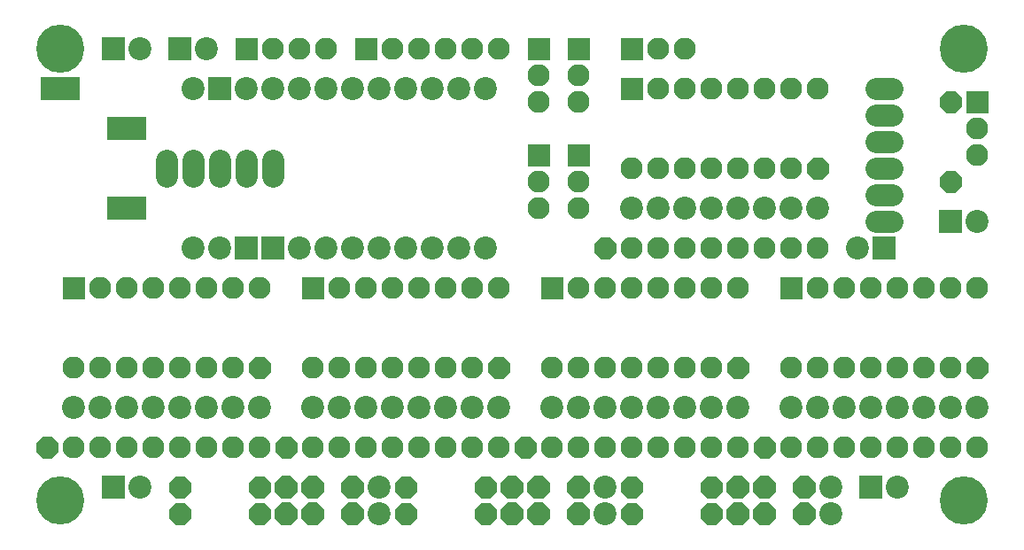
<source format=gbr>
%FSLAX34Y34*%
%MOMM*%
%LNSOLDERMASK_BOTTOM*%
G71*
G01*
%ADD10C, 2.200*%
%ADD11C, 2.120*%
%ADD12C, 2.120*%
%ADD13C, 4.600*%
%ADD14C, 2.120*%
%LPD*%
G36*
X95300Y887300D02*
X133300Y887300D01*
X133300Y865300D01*
X95300Y865300D01*
X95300Y887300D01*
G37*
G36*
X95300Y811100D02*
X133300Y811100D01*
X133300Y789100D01*
X95300Y789100D01*
X95300Y811100D01*
G37*
X457200Y914400D02*
G54D10*
D03*
X431800Y914400D02*
G54D10*
D03*
X406400Y914400D02*
G54D10*
D03*
X381000Y914400D02*
G54D10*
D03*
X355600Y914400D02*
G54D10*
D03*
X330200Y914400D02*
G54D10*
D03*
X304800Y914400D02*
G54D10*
D03*
X279400Y914400D02*
G54D10*
D03*
X254000Y914400D02*
G54D10*
D03*
X228600Y914400D02*
G54D10*
D03*
X177800Y914400D02*
G54D10*
D03*
X177800Y762000D02*
G54D10*
D03*
X203200Y762000D02*
G54D10*
D03*
X279400Y762000D02*
G54D10*
D03*
X304800Y762000D02*
G54D10*
D03*
X330200Y762000D02*
G54D10*
D03*
X355600Y762000D02*
G54D10*
D03*
X381000Y762000D02*
G54D10*
D03*
X406400Y762000D02*
G54D10*
D03*
X431800Y762000D02*
G54D10*
D03*
X457200Y762000D02*
G54D10*
D03*
G36*
X217600Y773000D02*
X239600Y773000D01*
X239600Y751000D01*
X217600Y751000D01*
X217600Y773000D01*
G37*
G36*
X243000Y773000D02*
X265000Y773000D01*
X265000Y751000D01*
X243000Y751000D01*
X243000Y773000D01*
G37*
G36*
X192200Y925400D02*
X214200Y925400D01*
X214200Y903400D01*
X192200Y903400D01*
X192200Y925400D01*
G37*
G36*
X52900Y734500D02*
X74100Y734500D01*
X74100Y713300D01*
X52900Y713300D01*
X52900Y734500D01*
G37*
X88900Y723900D02*
G54D11*
D03*
X114300Y723900D02*
G54D11*
D03*
X139700Y723900D02*
G54D11*
D03*
X165100Y723900D02*
G54D11*
D03*
X190500Y723900D02*
G54D11*
D03*
X215900Y723900D02*
G54D11*
D03*
X241300Y723900D02*
G54D11*
D03*
G36*
X230700Y652099D02*
X236901Y658300D01*
X245699Y658300D01*
X251900Y652099D01*
X251900Y643301D01*
X245699Y637100D01*
X236901Y637100D01*
X230700Y643301D01*
X230700Y652099D01*
G37*
X215900Y647700D02*
G54D11*
D03*
X190500Y647700D02*
G54D11*
D03*
X165100Y647700D02*
G54D11*
D03*
X139700Y647700D02*
G54D11*
D03*
X114300Y647700D02*
G54D11*
D03*
X88900Y647700D02*
G54D11*
D03*
X63500Y647700D02*
G54D11*
D03*
X63500Y609600D02*
G54D10*
D03*
X88900Y609600D02*
G54D10*
D03*
X114300Y609600D02*
G54D10*
D03*
X139700Y609600D02*
G54D10*
D03*
X165100Y609600D02*
G54D10*
D03*
X190500Y609600D02*
G54D10*
D03*
X215900Y609600D02*
G54D10*
D03*
X241300Y609600D02*
G54D10*
D03*
G36*
X27500Y575899D02*
X33701Y582100D01*
X42499Y582100D01*
X48700Y575899D01*
X48700Y567101D01*
X42499Y560900D01*
X33701Y560900D01*
X27500Y567101D01*
X27500Y575899D01*
G37*
X63500Y571500D02*
G54D12*
D03*
X88900Y571500D02*
G54D12*
D03*
X114300Y571500D02*
G54D12*
D03*
X139700Y571500D02*
G54D12*
D03*
X165100Y571500D02*
G54D12*
D03*
X190500Y571500D02*
G54D12*
D03*
X215900Y571500D02*
G54D12*
D03*
X241300Y571500D02*
G54D12*
D03*
G36*
X281500Y734500D02*
X302700Y734500D01*
X302700Y713300D01*
X281500Y713300D01*
X281500Y734500D01*
G37*
X317500Y723900D02*
G54D11*
D03*
X342900Y723900D02*
G54D11*
D03*
X368300Y723900D02*
G54D11*
D03*
X393700Y723900D02*
G54D11*
D03*
X419100Y723900D02*
G54D11*
D03*
X444500Y723900D02*
G54D11*
D03*
X469900Y723900D02*
G54D11*
D03*
G36*
X459300Y652099D02*
X465501Y658300D01*
X474299Y658300D01*
X480500Y652099D01*
X480500Y643301D01*
X474299Y637100D01*
X465501Y637100D01*
X459300Y643301D01*
X459300Y652099D01*
G37*
X444500Y647700D02*
G54D11*
D03*
X419100Y647700D02*
G54D11*
D03*
X393700Y647700D02*
G54D11*
D03*
X368300Y647700D02*
G54D11*
D03*
X342900Y647700D02*
G54D11*
D03*
X317500Y647700D02*
G54D11*
D03*
X292100Y647700D02*
G54D11*
D03*
X292100Y609600D02*
G54D10*
D03*
X317500Y609600D02*
G54D10*
D03*
X342900Y609600D02*
G54D10*
D03*
X368300Y609600D02*
G54D10*
D03*
X393700Y609600D02*
G54D10*
D03*
X419100Y609600D02*
G54D10*
D03*
X444500Y609600D02*
G54D10*
D03*
X469900Y609600D02*
G54D10*
D03*
G36*
X256100Y575899D02*
X262301Y582100D01*
X271099Y582100D01*
X277300Y575899D01*
X277300Y567101D01*
X271099Y560900D01*
X262301Y560900D01*
X256100Y567101D01*
X256100Y575899D01*
G37*
X292100Y571500D02*
G54D12*
D03*
X317500Y571500D02*
G54D12*
D03*
X342900Y571500D02*
G54D12*
D03*
X368300Y571500D02*
G54D12*
D03*
X393700Y571500D02*
G54D12*
D03*
X419100Y571500D02*
G54D12*
D03*
X444500Y571500D02*
G54D12*
D03*
X469900Y571500D02*
G54D12*
D03*
G36*
X510100Y734500D02*
X531300Y734500D01*
X531300Y713300D01*
X510100Y713300D01*
X510100Y734500D01*
G37*
X546100Y723900D02*
G54D11*
D03*
X571500Y723900D02*
G54D11*
D03*
X596900Y723900D02*
G54D11*
D03*
X622300Y723900D02*
G54D11*
D03*
X647700Y723900D02*
G54D11*
D03*
X673100Y723900D02*
G54D11*
D03*
X698500Y723900D02*
G54D11*
D03*
G36*
X687900Y652099D02*
X694101Y658300D01*
X702899Y658300D01*
X709100Y652099D01*
X709100Y643301D01*
X702899Y637100D01*
X694101Y637100D01*
X687900Y643301D01*
X687900Y652099D01*
G37*
X673100Y647700D02*
G54D11*
D03*
X647700Y647700D02*
G54D11*
D03*
X622300Y647700D02*
G54D11*
D03*
X596900Y647700D02*
G54D11*
D03*
X571500Y647700D02*
G54D11*
D03*
X546100Y647700D02*
G54D11*
D03*
X520700Y647700D02*
G54D11*
D03*
X520700Y609600D02*
G54D10*
D03*
X546100Y609600D02*
G54D10*
D03*
X571500Y609600D02*
G54D10*
D03*
X596900Y609600D02*
G54D10*
D03*
X622300Y609600D02*
G54D10*
D03*
X647700Y609600D02*
G54D10*
D03*
X673100Y609600D02*
G54D10*
D03*
X698500Y609600D02*
G54D10*
D03*
G36*
X484700Y575899D02*
X490901Y582100D01*
X499699Y582100D01*
X505900Y575899D01*
X505900Y567101D01*
X499699Y560900D01*
X490901Y560900D01*
X484700Y567101D01*
X484700Y575899D01*
G37*
X520700Y571500D02*
G54D12*
D03*
X546100Y571500D02*
G54D12*
D03*
X571500Y571500D02*
G54D12*
D03*
X596900Y571500D02*
G54D12*
D03*
X622300Y571500D02*
G54D12*
D03*
X647700Y571500D02*
G54D12*
D03*
X673100Y571500D02*
G54D12*
D03*
X698500Y571500D02*
G54D12*
D03*
G36*
X738700Y734500D02*
X759900Y734500D01*
X759900Y713300D01*
X738700Y713300D01*
X738700Y734500D01*
G37*
X774700Y723900D02*
G54D11*
D03*
X800100Y723900D02*
G54D11*
D03*
X825500Y723900D02*
G54D11*
D03*
X850900Y723900D02*
G54D11*
D03*
X876300Y723900D02*
G54D11*
D03*
X901700Y723900D02*
G54D11*
D03*
X927100Y723900D02*
G54D11*
D03*
G36*
X916500Y652099D02*
X922701Y658300D01*
X931499Y658300D01*
X937700Y652099D01*
X937700Y643301D01*
X931499Y637100D01*
X922701Y637100D01*
X916500Y643301D01*
X916500Y652099D01*
G37*
X901700Y647700D02*
G54D11*
D03*
X876300Y647700D02*
G54D11*
D03*
X850900Y647700D02*
G54D11*
D03*
X825500Y647700D02*
G54D11*
D03*
X800100Y647700D02*
G54D11*
D03*
X774700Y647700D02*
G54D11*
D03*
X749300Y647700D02*
G54D11*
D03*
X749300Y609600D02*
G54D10*
D03*
X774700Y609600D02*
G54D10*
D03*
X800100Y609600D02*
G54D10*
D03*
X825500Y609600D02*
G54D10*
D03*
X850900Y609600D02*
G54D10*
D03*
X876300Y609600D02*
G54D10*
D03*
X901700Y609600D02*
G54D10*
D03*
X927100Y609600D02*
G54D10*
D03*
G36*
X713300Y575899D02*
X719501Y582100D01*
X728299Y582100D01*
X734500Y575899D01*
X734500Y567101D01*
X728299Y560900D01*
X719501Y560900D01*
X713300Y567101D01*
X713300Y575899D01*
G37*
X749300Y571500D02*
G54D12*
D03*
X774700Y571500D02*
G54D12*
D03*
X800100Y571500D02*
G54D12*
D03*
X825500Y571500D02*
G54D12*
D03*
X850900Y571500D02*
G54D12*
D03*
X876300Y571500D02*
G54D12*
D03*
X901700Y571500D02*
G54D12*
D03*
X927100Y571500D02*
G54D12*
D03*
G36*
X586300Y925000D02*
X607500Y925000D01*
X607500Y903800D01*
X586300Y903800D01*
X586300Y925000D01*
G37*
X622300Y914400D02*
G54D11*
D03*
X647700Y914400D02*
G54D11*
D03*
X673100Y914400D02*
G54D11*
D03*
X698500Y914400D02*
G54D11*
D03*
X723900Y914400D02*
G54D11*
D03*
X749300Y914400D02*
G54D11*
D03*
X774700Y914400D02*
G54D11*
D03*
G36*
X764100Y842599D02*
X770301Y848800D01*
X779099Y848800D01*
X785300Y842599D01*
X785300Y833801D01*
X779099Y827600D01*
X770301Y827600D01*
X764100Y833801D01*
X764100Y842599D01*
G37*
X749300Y838200D02*
G54D11*
D03*
X723900Y838200D02*
G54D11*
D03*
X698500Y838200D02*
G54D11*
D03*
X673100Y838200D02*
G54D11*
D03*
X647700Y838200D02*
G54D11*
D03*
X622300Y838200D02*
G54D11*
D03*
X596900Y838200D02*
G54D11*
D03*
X596900Y800100D02*
G54D10*
D03*
X622300Y800100D02*
G54D10*
D03*
X647700Y800100D02*
G54D10*
D03*
X673100Y800100D02*
G54D10*
D03*
X698500Y800100D02*
G54D10*
D03*
X723900Y800100D02*
G54D10*
D03*
X749300Y800100D02*
G54D10*
D03*
X774700Y800100D02*
G54D10*
D03*
G36*
X560900Y766399D02*
X567101Y772600D01*
X575899Y772600D01*
X582100Y766399D01*
X582100Y757601D01*
X575899Y751400D01*
X567101Y751400D01*
X560900Y757601D01*
X560900Y766399D01*
G37*
X596900Y762000D02*
G54D12*
D03*
X622300Y762000D02*
G54D12*
D03*
X647700Y762000D02*
G54D12*
D03*
X673100Y762000D02*
G54D12*
D03*
X698500Y762000D02*
G54D12*
D03*
X723900Y762000D02*
G54D12*
D03*
X749300Y762000D02*
G54D12*
D03*
X774700Y762000D02*
G54D12*
D03*
G36*
X586300Y537799D02*
X592501Y544000D01*
X601299Y544000D01*
X607500Y537799D01*
X607500Y529001D01*
X601299Y522800D01*
X592501Y522800D01*
X586300Y529001D01*
X586300Y537799D01*
G37*
G36*
X662500Y537799D02*
X668701Y544000D01*
X677499Y544000D01*
X683700Y537799D01*
X683700Y529001D01*
X677499Y522800D01*
X668701Y522800D01*
X662500Y529001D01*
X662500Y537799D01*
G37*
G36*
X687500Y537965D02*
X693935Y544400D01*
X703065Y544400D01*
X709500Y537965D01*
X709500Y528835D01*
X703065Y522400D01*
X693935Y522400D01*
X687500Y528835D01*
X687500Y537965D01*
G37*
G36*
X712900Y537965D02*
X719335Y544400D01*
X728465Y544400D01*
X734900Y537965D01*
X734900Y528835D01*
X728465Y522400D01*
X719335Y522400D01*
X712900Y528835D01*
X712900Y537965D01*
G37*
G36*
X751000Y537965D02*
X757435Y544400D01*
X766565Y544400D01*
X773000Y537965D01*
X773000Y528835D01*
X766565Y522400D01*
X757435Y522400D01*
X751000Y528835D01*
X751000Y537965D01*
G37*
X787400Y533400D02*
G54D10*
D03*
G36*
X586300Y512399D02*
X592501Y518600D01*
X601299Y518600D01*
X607500Y512399D01*
X607500Y503601D01*
X601299Y497400D01*
X592501Y497400D01*
X586300Y503601D01*
X586300Y512399D01*
G37*
G36*
X662500Y512399D02*
X668701Y518600D01*
X677499Y518600D01*
X683700Y512399D01*
X683700Y503601D01*
X677499Y497400D01*
X668701Y497400D01*
X662500Y503601D01*
X662500Y512399D01*
G37*
G36*
X687500Y512565D02*
X693935Y519000D01*
X703065Y519000D01*
X709500Y512565D01*
X709500Y503435D01*
X703065Y497000D01*
X693935Y497000D01*
X687500Y503435D01*
X687500Y512565D01*
G37*
G36*
X712900Y512565D02*
X719335Y519000D01*
X728465Y519000D01*
X734900Y512565D01*
X734900Y503435D01*
X728465Y497000D01*
X719335Y497000D01*
X712900Y503435D01*
X712900Y512565D01*
G37*
G36*
X751000Y512565D02*
X757435Y519000D01*
X766565Y519000D01*
X773000Y512565D01*
X773000Y503435D01*
X766565Y497000D01*
X757435Y497000D01*
X751000Y503435D01*
X751000Y512565D01*
G37*
X787400Y508000D02*
G54D10*
D03*
G36*
X370400Y537799D02*
X376601Y544000D01*
X385399Y544000D01*
X391600Y537799D01*
X391600Y529001D01*
X385399Y522800D01*
X376601Y522800D01*
X370400Y529001D01*
X370400Y537799D01*
G37*
G36*
X446600Y537799D02*
X452801Y544000D01*
X461599Y544000D01*
X467800Y537799D01*
X467800Y529001D01*
X461599Y522800D01*
X452801Y522800D01*
X446600Y529001D01*
X446600Y537799D01*
G37*
G36*
X471600Y537965D02*
X478035Y544400D01*
X487165Y544400D01*
X493600Y537965D01*
X493600Y528835D01*
X487165Y522400D01*
X478035Y522400D01*
X471600Y528835D01*
X471600Y537965D01*
G37*
G36*
X497000Y537965D02*
X503435Y544400D01*
X512565Y544400D01*
X519000Y537965D01*
X519000Y528835D01*
X512565Y522400D01*
X503435Y522400D01*
X497000Y528835D01*
X497000Y537965D01*
G37*
G36*
X535100Y537965D02*
X541535Y544400D01*
X550665Y544400D01*
X557100Y537965D01*
X557100Y528835D01*
X550665Y522400D01*
X541535Y522400D01*
X535100Y528835D01*
X535100Y537965D01*
G37*
X571500Y533400D02*
G54D10*
D03*
G36*
X370400Y512399D02*
X376601Y518600D01*
X385399Y518600D01*
X391600Y512399D01*
X391600Y503601D01*
X385399Y497400D01*
X376601Y497400D01*
X370400Y503601D01*
X370400Y512399D01*
G37*
G36*
X446600Y512399D02*
X452801Y518600D01*
X461599Y518600D01*
X467800Y512399D01*
X467800Y503601D01*
X461599Y497400D01*
X452801Y497400D01*
X446600Y503601D01*
X446600Y512399D01*
G37*
G36*
X471600Y512565D02*
X478035Y519000D01*
X487165Y519000D01*
X493600Y512565D01*
X493600Y503435D01*
X487165Y497000D01*
X478035Y497000D01*
X471600Y503435D01*
X471600Y512565D01*
G37*
G36*
X497000Y512565D02*
X503435Y519000D01*
X512565Y519000D01*
X519000Y512565D01*
X519000Y503435D01*
X512565Y497000D01*
X503435Y497000D01*
X497000Y503435D01*
X497000Y512565D01*
G37*
G36*
X535100Y512565D02*
X541535Y519000D01*
X550665Y519000D01*
X557100Y512565D01*
X557100Y503435D01*
X550665Y497000D01*
X541535Y497000D01*
X535100Y503435D01*
X535100Y512565D01*
G37*
X571500Y508000D02*
G54D10*
D03*
G36*
X154500Y537799D02*
X160701Y544000D01*
X169499Y544000D01*
X175700Y537799D01*
X175700Y529001D01*
X169499Y522800D01*
X160701Y522800D01*
X154500Y529001D01*
X154500Y537799D01*
G37*
G36*
X230700Y537799D02*
X236901Y544000D01*
X245699Y544000D01*
X251900Y537799D01*
X251900Y529001D01*
X245699Y522800D01*
X236901Y522800D01*
X230700Y529001D01*
X230700Y537799D01*
G37*
G36*
X255700Y537965D02*
X262135Y544400D01*
X271265Y544400D01*
X277700Y537965D01*
X277700Y528835D01*
X271265Y522400D01*
X262135Y522400D01*
X255700Y528835D01*
X255700Y537965D01*
G37*
G36*
X281100Y537965D02*
X287535Y544400D01*
X296665Y544400D01*
X303100Y537965D01*
X303100Y528835D01*
X296665Y522400D01*
X287535Y522400D01*
X281100Y528835D01*
X281100Y537965D01*
G37*
G36*
X319200Y537965D02*
X325635Y544400D01*
X334765Y544400D01*
X341200Y537965D01*
X341200Y528835D01*
X334765Y522400D01*
X325635Y522400D01*
X319200Y528835D01*
X319200Y537965D01*
G37*
X355600Y533400D02*
G54D10*
D03*
G36*
X154500Y512399D02*
X160701Y518600D01*
X169499Y518600D01*
X175700Y512399D01*
X175700Y503601D01*
X169499Y497400D01*
X160701Y497400D01*
X154500Y503601D01*
X154500Y512399D01*
G37*
G36*
X230700Y512399D02*
X236901Y518600D01*
X245699Y518600D01*
X251900Y512399D01*
X251900Y503601D01*
X245699Y497400D01*
X236901Y497400D01*
X230700Y503601D01*
X230700Y512399D01*
G37*
G36*
X255700Y512565D02*
X262135Y519000D01*
X271265Y519000D01*
X277700Y512565D01*
X277700Y503435D01*
X271265Y497000D01*
X262135Y497000D01*
X255700Y503435D01*
X255700Y512565D01*
G37*
G36*
X281100Y512565D02*
X287535Y519000D01*
X296665Y519000D01*
X303100Y512565D01*
X303100Y503435D01*
X296665Y497000D01*
X287535Y497000D01*
X281100Y503435D01*
X281100Y512565D01*
G37*
G36*
X319200Y512565D02*
X325635Y519000D01*
X334765Y519000D01*
X341200Y512565D01*
X341200Y503435D01*
X334765Y497000D01*
X325635Y497000D01*
X319200Y503435D01*
X319200Y512565D01*
G37*
X355600Y508000D02*
G54D10*
D03*
G36*
X90600Y963500D02*
X112600Y963500D01*
X112600Y941500D01*
X90600Y941500D01*
X90600Y963500D01*
G37*
X127000Y952500D02*
G54D10*
D03*
X50800Y520700D02*
G54D13*
D03*
X914400Y520700D02*
G54D13*
D03*
X914400Y952500D02*
G54D13*
D03*
X50800Y952500D02*
G54D13*
D03*
G36*
X154100Y963500D02*
X176100Y963500D01*
X176100Y941500D01*
X154100Y941500D01*
X154100Y963500D01*
G37*
X190500Y952500D02*
G54D10*
D03*
G36*
X90600Y544400D02*
X112600Y544400D01*
X112600Y522400D01*
X90600Y522400D01*
X90600Y544400D01*
G37*
X127000Y533400D02*
G54D10*
D03*
G36*
X814500Y544400D02*
X836500Y544400D01*
X836500Y522400D01*
X814500Y522400D01*
X814500Y544400D01*
G37*
X850900Y533400D02*
G54D10*
D03*
G36*
X218000Y963100D02*
X239200Y963100D01*
X239200Y941900D01*
X218000Y941900D01*
X218000Y963100D01*
G37*
X254000Y952500D02*
G54D12*
D03*
X279400Y952500D02*
G54D12*
D03*
X304800Y952500D02*
G54D12*
D03*
G36*
X332300Y963100D02*
X353500Y963100D01*
X353500Y941900D01*
X332300Y941900D01*
X332300Y963100D01*
G37*
X368300Y952500D02*
G54D12*
D03*
X393700Y952500D02*
G54D12*
D03*
X419100Y952500D02*
G54D12*
D03*
X444500Y952500D02*
G54D12*
D03*
X469900Y952500D02*
G54D12*
D03*
G36*
X518600Y963100D02*
X518600Y941900D01*
X497400Y941900D01*
X497400Y963100D01*
X518600Y963100D01*
G37*
X508000Y927100D02*
G54D12*
D03*
X508000Y901700D02*
G54D12*
D03*
G36*
X556700Y963100D02*
X556700Y941900D01*
X535500Y941900D01*
X535500Y963100D01*
X556700Y963100D01*
G37*
X546100Y927100D02*
G54D12*
D03*
X546100Y901700D02*
G54D12*
D03*
G36*
X556700Y861500D02*
X556700Y840300D01*
X535500Y840300D01*
X535500Y861500D01*
X556700Y861500D01*
G37*
X546100Y825500D02*
G54D12*
D03*
X546100Y800100D02*
G54D12*
D03*
G36*
X586300Y963100D02*
X607500Y963100D01*
X607500Y941900D01*
X586300Y941900D01*
X586300Y963100D01*
G37*
X622300Y952500D02*
G54D12*
D03*
X647700Y952500D02*
G54D12*
D03*
G36*
X518600Y861500D02*
X518600Y840300D01*
X497400Y840300D01*
X497400Y861500D01*
X518600Y861500D01*
G37*
X508000Y825500D02*
G54D12*
D03*
X508000Y800100D02*
G54D12*
D03*
G54D14*
X254000Y845800D02*
X254000Y830600D01*
G54D14*
X228600Y845800D02*
X228600Y830600D01*
G54D14*
X203200Y845800D02*
X203200Y830600D01*
G54D14*
X177800Y845800D02*
X177800Y830600D01*
G54D14*
X152400Y845800D02*
X152400Y830600D01*
G54D14*
X830600Y914400D02*
X845800Y914400D01*
G54D14*
X830600Y889000D02*
X845800Y889000D01*
G54D14*
X830600Y863600D02*
X845800Y863600D01*
G54D14*
X830600Y838200D02*
X845800Y838200D01*
G54D14*
X830600Y812800D02*
X845800Y812800D01*
G36*
X890700Y798400D02*
X912700Y798400D01*
X912700Y776400D01*
X890700Y776400D01*
X890700Y798400D01*
G37*
X927100Y787400D02*
G54D10*
D03*
G36*
X906099Y912300D02*
X912300Y906099D01*
X912300Y897301D01*
X906099Y891100D01*
X897301Y891100D01*
X891100Y897301D01*
X891100Y906099D01*
X897301Y912300D01*
X906099Y912300D01*
G37*
G36*
X906099Y836100D02*
X912300Y829899D01*
X912300Y821101D01*
X906099Y814900D01*
X897301Y814900D01*
X891100Y821101D01*
X891100Y829899D01*
X897301Y836100D01*
X906099Y836100D01*
G37*
G36*
X937700Y912300D02*
X937700Y891100D01*
X916500Y891100D01*
X916500Y912300D01*
X937700Y912300D01*
G37*
X927100Y876300D02*
G54D12*
D03*
X927100Y850900D02*
G54D12*
D03*
G36*
X31800Y925400D02*
X69800Y925400D01*
X69800Y903400D01*
X31800Y903400D01*
X31800Y925400D01*
G37*
G36*
X849200Y751000D02*
X827200Y751000D01*
X827200Y773000D01*
X849200Y773000D01*
X849200Y751000D01*
G37*
X812800Y762000D02*
G54D10*
D03*
G54D14*
X830600Y787400D02*
X845800Y787400D01*
M02*

</source>
